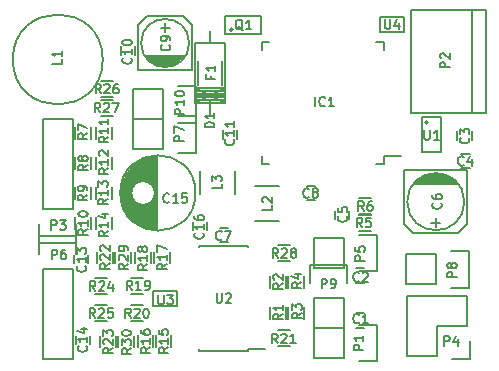
<source format=gbr>
G04 #@! TF.FileFunction,Legend,Top*
%FSLAX46Y46*%
G04 Gerber Fmt 4.6, Leading zero omitted, Abs format (unit mm)*
G04 Created by KiCad (PCBNEW 4.0.1-stable) date 24/03/2016 3:42:33 PM*
%MOMM*%
G01*
G04 APERTURE LIST*
%ADD10C,0.100000*%
%ADD11C,0.150000*%
G04 APERTURE END LIST*
D10*
D11*
X106395000Y-123155000D02*
X105695000Y-123155000D01*
X105695000Y-121955000D02*
X106395000Y-121955000D01*
X106395000Y-119345000D02*
X105695000Y-119345000D01*
X105695000Y-118145000D02*
X106395000Y-118145000D01*
X114287200Y-107233200D02*
X114287200Y-106533200D01*
X115487200Y-106533200D02*
X115487200Y-107233200D01*
X114613400Y-108429500D02*
X115313400Y-108429500D01*
X115313400Y-109629500D02*
X114613400Y-109629500D01*
X103921000Y-113951500D02*
X103921000Y-113251500D01*
X105121000Y-113251500D02*
X105121000Y-113951500D01*
X94838000Y-115916000D02*
X94138000Y-115916000D01*
X94138000Y-114716000D02*
X94838000Y-114716000D01*
X102204000Y-112360000D02*
X101504000Y-112360000D01*
X101504000Y-111160000D02*
X102204000Y-111160000D01*
X86960000Y-99345000D02*
X86960000Y-100045000D01*
X85760000Y-100045000D02*
X85760000Y-99345000D01*
X94459500Y-107157000D02*
X94459500Y-106457000D01*
X95659500Y-106457000D02*
X95659500Y-107157000D01*
X81823000Y-117698000D02*
X81823000Y-116998000D01*
X83023000Y-116998000D02*
X83023000Y-117698000D01*
X81950000Y-124556000D02*
X81950000Y-123856000D01*
X83150000Y-123856000D02*
X83150000Y-124556000D01*
X88845000Y-114909000D02*
X88845000Y-108611000D01*
X88705000Y-114903000D02*
X88705000Y-108617000D01*
X88565000Y-114890000D02*
X88565000Y-112206000D01*
X88565000Y-111314000D02*
X88565000Y-108630000D01*
X88425000Y-114871000D02*
X88425000Y-112416000D01*
X88425000Y-111104000D02*
X88425000Y-108649000D01*
X88285000Y-114845000D02*
X88285000Y-112549000D01*
X88285000Y-110971000D02*
X88285000Y-108675000D01*
X88145000Y-114813000D02*
X88145000Y-112640000D01*
X88145000Y-110880000D02*
X88145000Y-108707000D01*
X88005000Y-114774000D02*
X88005000Y-112702000D01*
X88005000Y-110818000D02*
X88005000Y-108746000D01*
X87865000Y-114728000D02*
X87865000Y-112741000D01*
X87865000Y-110779000D02*
X87865000Y-108792000D01*
X87725000Y-114675000D02*
X87725000Y-112758000D01*
X87725000Y-110762000D02*
X87725000Y-108845000D01*
X87585000Y-114613000D02*
X87585000Y-112756000D01*
X87585000Y-110764000D02*
X87585000Y-108907000D01*
X87445000Y-114543000D02*
X87445000Y-112734000D01*
X87445000Y-110786000D02*
X87445000Y-108977000D01*
X87305000Y-114464000D02*
X87305000Y-112691000D01*
X87305000Y-110829000D02*
X87305000Y-109056000D01*
X87165000Y-114376000D02*
X87165000Y-112623000D01*
X87165000Y-110897000D02*
X87165000Y-109144000D01*
X87025000Y-114276000D02*
X87025000Y-112524000D01*
X87025000Y-110996000D02*
X87025000Y-109244000D01*
X86885000Y-114164000D02*
X86885000Y-112379000D01*
X86885000Y-111141000D02*
X86885000Y-109356000D01*
X86745000Y-114039000D02*
X86745000Y-112140000D01*
X86745000Y-111380000D02*
X86745000Y-109481000D01*
X86605000Y-113896000D02*
X86605000Y-109624000D01*
X86465000Y-113734000D02*
X86465000Y-109786000D01*
X86325000Y-113546000D02*
X86325000Y-109974000D01*
X86185000Y-113323000D02*
X86185000Y-110197000D01*
X86045000Y-113047000D02*
X86045000Y-110473000D01*
X85905000Y-112672000D02*
X85905000Y-110848000D01*
X88670000Y-111760000D02*
G75*
G03X88670000Y-111760000I-1000000J0D01*
G01*
X92107500Y-111760000D02*
G75*
G03X92107500Y-111760000I-3187500J0D01*
G01*
X93056000Y-114204000D02*
X93056000Y-114904000D01*
X91856000Y-114904000D02*
X91856000Y-114204000D01*
X93342460Y-99060000D02*
X93342460Y-98044000D01*
X93342460Y-103886000D02*
X93342460Y-105156000D01*
X92072460Y-103632000D02*
X94612460Y-103632000D01*
X92072460Y-103378000D02*
X94612460Y-103378000D01*
X92072460Y-103124000D02*
X94612460Y-103124000D01*
X92072460Y-103886000D02*
X94612460Y-103886000D01*
X92072460Y-102870000D02*
X94612460Y-104140000D01*
X92072460Y-104140000D02*
X94612460Y-102870000D01*
X92072460Y-102870000D02*
X94612460Y-102870000D01*
X92072460Y-103505000D02*
X94612460Y-103505000D01*
X94612460Y-104140000D02*
X92072460Y-104140000D01*
X92072460Y-104140000D02*
X92072460Y-99060000D01*
X92072460Y-99060000D02*
X94612460Y-99060000D01*
X94612460Y-99060000D02*
X94612460Y-104140000D01*
X92320000Y-100600000D02*
X92320000Y-102600000D01*
X94370000Y-102600000D02*
X94370000Y-100600000D01*
X108045000Y-109315000D02*
X108045000Y-108645000D01*
X97695000Y-109315000D02*
X97695000Y-108645000D01*
X97695000Y-98965000D02*
X97695000Y-99635000D01*
X108045000Y-98965000D02*
X108045000Y-99635000D01*
X108045000Y-109315000D02*
X107375000Y-109315000D01*
X108045000Y-98965000D02*
X107375000Y-98965000D01*
X97695000Y-98965000D02*
X98365000Y-98965000D01*
X97695000Y-109315000D02*
X98365000Y-109315000D01*
X108045000Y-108645000D02*
X109520000Y-108645000D01*
X84254800Y-100457000D02*
G75*
G03X84254800Y-100457000I-3810000J0D01*
G01*
X99171000Y-114124000D02*
X97171000Y-114124000D01*
X97171000Y-111174000D02*
X99171000Y-111174000D01*
X95455000Y-109871000D02*
X95455000Y-111871000D01*
X92505000Y-111871000D02*
X92505000Y-109871000D01*
X104648000Y-125730000D02*
X102108000Y-125730000D01*
X107468000Y-126010000D02*
X105918000Y-126010000D01*
X104648000Y-125730000D02*
X104648000Y-123190000D01*
X105918000Y-122910000D02*
X107468000Y-122910000D01*
X107468000Y-122910000D02*
X107468000Y-126010000D01*
X104648000Y-123190000D02*
X102108000Y-123190000D01*
X102108000Y-123190000D02*
X102108000Y-125730000D01*
X116720460Y-104960300D02*
X116720460Y-96260300D01*
X110315460Y-104960300D02*
X110315460Y-96260300D01*
X110315460Y-96260300D02*
X116720460Y-96260300D01*
X115490460Y-96260300D02*
X115490460Y-104960300D01*
X116720460Y-104960300D02*
X110315460Y-104960300D01*
X81714800Y-113157000D02*
X81714800Y-105537000D01*
X79174800Y-113157000D02*
X79174800Y-105537000D01*
X78894800Y-115977000D02*
X78894800Y-114427000D01*
X81714800Y-105537000D02*
X79174800Y-105537000D01*
X79174800Y-113157000D02*
X81714800Y-113157000D01*
X81994800Y-114427000D02*
X81994800Y-115977000D01*
X81994800Y-115977000D02*
X78894800Y-115977000D01*
X115345000Y-124307600D02*
X115345000Y-125857600D01*
X113795000Y-125857600D02*
X115345000Y-125857600D01*
X115065000Y-123037600D02*
X112525000Y-123037600D01*
X112525000Y-123037600D02*
X112525000Y-125577600D01*
X112525000Y-125577600D02*
X109985000Y-125577600D01*
X109985000Y-125577600D02*
X109985000Y-120497600D01*
X109985000Y-120497600D02*
X115065000Y-120497600D01*
X115065000Y-120497600D02*
X115065000Y-123037600D01*
X104648000Y-118110000D02*
X102108000Y-118110000D01*
X107468000Y-118390000D02*
X105918000Y-118390000D01*
X104648000Y-118110000D02*
X104648000Y-115570000D01*
X105918000Y-115290000D02*
X107468000Y-115290000D01*
X107468000Y-115290000D02*
X107468000Y-118390000D01*
X104648000Y-115570000D02*
X102108000Y-115570000D01*
X102108000Y-115570000D02*
X102108000Y-118110000D01*
X79174800Y-118237000D02*
X79174800Y-125857000D01*
X81714800Y-118237000D02*
X81714800Y-125857000D01*
X81994800Y-115417000D02*
X81994800Y-116967000D01*
X79174800Y-125857000D02*
X81714800Y-125857000D01*
X81714800Y-118237000D02*
X79174800Y-118237000D01*
X78894800Y-116967000D02*
X78894800Y-115417000D01*
X78894800Y-115417000D02*
X81994800Y-115417000D01*
X112436100Y-119494300D02*
X109896100Y-119494300D01*
X115256100Y-119774300D02*
X113706100Y-119774300D01*
X112436100Y-119494300D02*
X112436100Y-116954300D01*
X113706100Y-116674300D02*
X115256100Y-116674300D01*
X115256100Y-116674300D02*
X115256100Y-119774300D01*
X112436100Y-116954300D02*
X109896100Y-116954300D01*
X109896100Y-116954300D02*
X109896100Y-119494300D01*
X104648000Y-120650000D02*
X104648000Y-123190000D01*
X104928000Y-117830000D02*
X104928000Y-119380000D01*
X104648000Y-120650000D02*
X102108000Y-120650000D01*
X101828000Y-119380000D02*
X101828000Y-117830000D01*
X101828000Y-117830000D02*
X104928000Y-117830000D01*
X102108000Y-120650000D02*
X102108000Y-123190000D01*
X102108000Y-123190000D02*
X104648000Y-123190000D01*
X95280421Y-97936000D02*
G75*
G03X95280421Y-97936000I-141421J0D01*
G01*
X97639000Y-98336000D02*
X97639000Y-96736000D01*
X97639000Y-96736000D02*
X94639000Y-96736000D01*
X94639000Y-96736000D02*
X94639000Y-98336000D01*
X94639000Y-98336000D02*
X97639000Y-98336000D01*
X99735000Y-121420000D02*
X99735000Y-122420000D01*
X98385000Y-122420000D02*
X98385000Y-121420000D01*
X98385000Y-119816500D02*
X98385000Y-118816500D01*
X99735000Y-118816500D02*
X99735000Y-119816500D01*
X101322500Y-121420000D02*
X101322500Y-122420000D01*
X99972500Y-122420000D02*
X99972500Y-121420000D01*
X101322500Y-118816500D02*
X101322500Y-119816500D01*
X99972500Y-119816500D02*
X99972500Y-118816500D01*
X106926000Y-114975000D02*
X105926000Y-114975000D01*
X105926000Y-113625000D02*
X106926000Y-113625000D01*
X106926000Y-113578000D02*
X105926000Y-113578000D01*
X105926000Y-112228000D02*
X106926000Y-112228000D01*
X81875000Y-107180000D02*
X81875000Y-106180000D01*
X83225000Y-106180000D02*
X83225000Y-107180000D01*
X81875000Y-109720000D02*
X81875000Y-108720000D01*
X83225000Y-108720000D02*
X83225000Y-109720000D01*
X81875000Y-112260000D02*
X81875000Y-111260000D01*
X83225000Y-111260000D02*
X83225000Y-112260000D01*
X81875000Y-114800000D02*
X81875000Y-113800000D01*
X83225000Y-113800000D02*
X83225000Y-114800000D01*
X85003000Y-106180000D02*
X85003000Y-107180000D01*
X83653000Y-107180000D02*
X83653000Y-106180000D01*
X85003000Y-108720000D02*
X85003000Y-109720000D01*
X83653000Y-109720000D02*
X83653000Y-108720000D01*
X85003000Y-111260000D02*
X85003000Y-112260000D01*
X83653000Y-112260000D02*
X83653000Y-111260000D01*
X85003000Y-113800000D02*
X85003000Y-114800000D01*
X83653000Y-114800000D02*
X83653000Y-113800000D01*
X88720300Y-124820300D02*
X88720300Y-123820300D01*
X90070300Y-123820300D02*
X90070300Y-124820300D01*
X87196300Y-124820300D02*
X87196300Y-123820300D01*
X88546300Y-123820300D02*
X88546300Y-124820300D01*
X89956000Y-116721000D02*
X89956000Y-117721000D01*
X88606000Y-117721000D02*
X88606000Y-116721000D01*
X88305000Y-116721000D02*
X88305000Y-117721000D01*
X86955000Y-117721000D02*
X86955000Y-116721000D01*
X87622000Y-120309000D02*
X86622000Y-120309000D01*
X86622000Y-118959000D02*
X87622000Y-118959000D01*
X87622000Y-122595000D02*
X86622000Y-122595000D01*
X86622000Y-121245000D02*
X87622000Y-121245000D01*
X100068000Y-124754000D02*
X99068000Y-124754000D01*
X99068000Y-123404000D02*
X100068000Y-123404000D01*
X85130000Y-116721000D02*
X85130000Y-117721000D01*
X83780000Y-117721000D02*
X83780000Y-116721000D01*
X84034000Y-124833000D02*
X84034000Y-123833000D01*
X85384000Y-123833000D02*
X85384000Y-124833000D01*
X84574000Y-120309000D02*
X83574000Y-120309000D01*
X83574000Y-118959000D02*
X84574000Y-118959000D01*
X84574000Y-122595000D02*
X83574000Y-122595000D01*
X83574000Y-121245000D02*
X84574000Y-121245000D01*
X84082000Y-102271200D02*
X85082000Y-102271200D01*
X85082000Y-103621200D02*
X84082000Y-103621200D01*
X85082000Y-105221400D02*
X84082000Y-105221400D01*
X84082000Y-103871400D02*
X85082000Y-103871400D01*
X99068000Y-116165000D02*
X100068000Y-116165000D01*
X100068000Y-117515000D02*
X99068000Y-117515000D01*
X85304000Y-117721000D02*
X85304000Y-116721000D01*
X86654000Y-116721000D02*
X86654000Y-117721000D01*
X85558000Y-124833000D02*
X85558000Y-123833000D01*
X86908000Y-123833000D02*
X86908000Y-124833000D01*
X111806221Y-105807000D02*
G75*
G03X111806221Y-105807000I-141421J0D01*
G01*
X111264800Y-108307000D02*
X112864800Y-108307000D01*
X112864800Y-108307000D02*
X112864800Y-105307000D01*
X112864800Y-105307000D02*
X111264800Y-105307000D01*
X111264800Y-105307000D02*
X111264800Y-108307000D01*
X96588400Y-125125400D02*
X96588400Y-125010400D01*
X92438400Y-125125400D02*
X92438400Y-125010400D01*
X92438400Y-116225400D02*
X92438400Y-116340400D01*
X96588400Y-116225400D02*
X96588400Y-116340400D01*
X96588400Y-125125400D02*
X92438400Y-125125400D01*
X96588400Y-116225400D02*
X92438400Y-116225400D01*
X96588400Y-125010400D02*
X97963400Y-125010400D01*
X88544400Y-121361200D02*
X90576400Y-121361200D01*
X90576400Y-121361200D02*
X90576400Y-120091200D01*
X90576400Y-120091200D02*
X88544400Y-120091200D01*
X88544400Y-120091200D02*
X88544400Y-121361200D01*
X109791500Y-96837500D02*
X107759500Y-96837500D01*
X107759500Y-96837500D02*
X107759500Y-98107500D01*
X107759500Y-98107500D02*
X109791500Y-98107500D01*
X109791500Y-98107500D02*
X109791500Y-96837500D01*
X113083800Y-110210600D02*
X111686800Y-110210600D01*
X113337800Y-110337600D02*
X111559800Y-110337600D01*
X113718800Y-110464600D02*
X111178800Y-110464600D01*
X111051800Y-110591600D02*
X113845800Y-110591600D01*
X113972800Y-110718600D02*
X110924800Y-110718600D01*
X110797800Y-110845600D02*
X114099800Y-110845600D01*
X114226800Y-110972600D02*
X110670800Y-110972600D01*
X115115800Y-109829600D02*
X115115800Y-114401600D01*
X115115800Y-114401600D02*
X114353800Y-115163600D01*
X114353800Y-115163600D02*
X110543800Y-115163600D01*
X110543800Y-115163600D02*
X109781800Y-114401600D01*
X109781800Y-114401600D02*
X109781800Y-109829600D01*
X109781800Y-109829600D02*
X115115800Y-109829600D01*
X112448800Y-114655600D02*
X112448800Y-113893600D01*
X112829800Y-114274600D02*
X112067800Y-114274600D01*
X114861800Y-112496600D02*
G75*
G03X114861800Y-112496600I-2413000J0D01*
G01*
X89535000Y-97409000D02*
X89535000Y-98171000D01*
X89154000Y-97790000D02*
X89916000Y-97790000D01*
X91821000Y-97536000D02*
X91821000Y-101346000D01*
X88011000Y-96774000D02*
X91059000Y-96774000D01*
X91821000Y-97536000D02*
X91059000Y-96774000D01*
X87249000Y-97536000D02*
X87249000Y-101346000D01*
X87249000Y-97536000D02*
X88011000Y-96774000D01*
X89662000Y-101092000D02*
X89408000Y-101092000D01*
X88900000Y-100965000D02*
X90170000Y-100965000D01*
X90424000Y-100838000D02*
X88646000Y-100838000D01*
X90678000Y-100711000D02*
X88392000Y-100711000D01*
X88265000Y-100584000D02*
X90805000Y-100584000D01*
X90932000Y-100457000D02*
X88138000Y-100457000D01*
X88011000Y-100330000D02*
X91059000Y-100330000D01*
X87884000Y-100203000D02*
X91186000Y-100203000D01*
X87249000Y-101346000D02*
X91821000Y-101346000D01*
X91567000Y-99060000D02*
G75*
G03X91567000Y-99060000I-2032000J0D01*
G01*
X89334800Y-108077000D02*
X86794800Y-108077000D01*
X92154800Y-108357000D02*
X90604800Y-108357000D01*
X89334800Y-108077000D02*
X89334800Y-105537000D01*
X90604800Y-105257000D02*
X92154800Y-105257000D01*
X92154800Y-105257000D02*
X92154800Y-108357000D01*
X89334800Y-105537000D02*
X86794800Y-105537000D01*
X86794800Y-105537000D02*
X86794800Y-108077000D01*
X89334800Y-105537000D02*
X86794800Y-105537000D01*
X92154800Y-105817000D02*
X90604800Y-105817000D01*
X89334800Y-105537000D02*
X89334800Y-102997000D01*
X90604800Y-102717000D02*
X92154800Y-102717000D01*
X92154800Y-102717000D02*
X92154800Y-105817000D01*
X89334800Y-102997000D02*
X86794800Y-102997000D01*
X86794800Y-102997000D02*
X86794800Y-105537000D01*
X105962927Y-122718794D02*
X105924832Y-122756890D01*
X105810546Y-122794985D01*
X105734356Y-122794985D01*
X105620070Y-122756890D01*
X105543879Y-122680699D01*
X105505784Y-122604509D01*
X105467689Y-122452128D01*
X105467689Y-122337842D01*
X105505784Y-122185461D01*
X105543879Y-122109270D01*
X105620070Y-122033080D01*
X105734356Y-121994985D01*
X105810546Y-121994985D01*
X105924832Y-122033080D01*
X105962927Y-122071175D01*
X106724832Y-122794985D02*
X106267689Y-122794985D01*
X106496260Y-122794985D02*
X106496260Y-121994985D01*
X106420070Y-122109270D01*
X106343879Y-122185461D01*
X106267689Y-122223556D01*
X105945147Y-119195814D02*
X105907052Y-119233910D01*
X105792766Y-119272005D01*
X105716576Y-119272005D01*
X105602290Y-119233910D01*
X105526099Y-119157719D01*
X105488004Y-119081529D01*
X105449909Y-118929148D01*
X105449909Y-118814862D01*
X105488004Y-118662481D01*
X105526099Y-118586290D01*
X105602290Y-118510100D01*
X105716576Y-118472005D01*
X105792766Y-118472005D01*
X105907052Y-118510100D01*
X105945147Y-118548195D01*
X106249909Y-118548195D02*
X106288004Y-118510100D01*
X106364195Y-118472005D01*
X106554671Y-118472005D01*
X106630861Y-118510100D01*
X106668957Y-118548195D01*
X106707052Y-118624386D01*
X106707052Y-118700576D01*
X106668957Y-118814862D01*
X106211814Y-119272005D01*
X106707052Y-119272005D01*
X115221174Y-107067333D02*
X115259270Y-107105428D01*
X115297365Y-107219714D01*
X115297365Y-107295904D01*
X115259270Y-107410190D01*
X115183079Y-107486381D01*
X115106889Y-107524476D01*
X114954508Y-107562571D01*
X114840222Y-107562571D01*
X114687841Y-107524476D01*
X114611650Y-107486381D01*
X114535460Y-107410190D01*
X114497365Y-107295904D01*
X114497365Y-107219714D01*
X114535460Y-107105428D01*
X114573555Y-107067333D01*
X114497365Y-106800666D02*
X114497365Y-106305428D01*
X114802127Y-106572095D01*
X114802127Y-106457809D01*
X114840222Y-106381619D01*
X114878317Y-106343523D01*
X114954508Y-106305428D01*
X115144984Y-106305428D01*
X115221174Y-106343523D01*
X115259270Y-106381619D01*
X115297365Y-106457809D01*
X115297365Y-106686381D01*
X115259270Y-106762571D01*
X115221174Y-106800666D01*
X114819907Y-109358394D02*
X114781812Y-109396490D01*
X114667526Y-109434585D01*
X114591336Y-109434585D01*
X114477050Y-109396490D01*
X114400859Y-109320299D01*
X114362764Y-109244109D01*
X114324669Y-109091728D01*
X114324669Y-108977442D01*
X114362764Y-108825061D01*
X114400859Y-108748870D01*
X114477050Y-108672680D01*
X114591336Y-108634585D01*
X114667526Y-108634585D01*
X114781812Y-108672680D01*
X114819907Y-108710775D01*
X115505621Y-108901251D02*
X115505621Y-109434585D01*
X115315145Y-108596490D02*
X115124669Y-109167918D01*
X115619907Y-109167918D01*
X104893534Y-113717053D02*
X104931630Y-113755148D01*
X104969725Y-113869434D01*
X104969725Y-113945624D01*
X104931630Y-114059910D01*
X104855439Y-114136101D01*
X104779249Y-114174196D01*
X104626868Y-114212291D01*
X104512582Y-114212291D01*
X104360201Y-114174196D01*
X104284010Y-114136101D01*
X104207820Y-114059910D01*
X104169725Y-113945624D01*
X104169725Y-113869434D01*
X104207820Y-113755148D01*
X104245915Y-113717053D01*
X104169725Y-112993243D02*
X104169725Y-113374196D01*
X104550677Y-113412291D01*
X104512582Y-113374196D01*
X104474487Y-113298005D01*
X104474487Y-113107529D01*
X104512582Y-113031339D01*
X104550677Y-112993243D01*
X104626868Y-112955148D01*
X104817344Y-112955148D01*
X104893534Y-112993243D01*
X104931630Y-113031339D01*
X104969725Y-113107529D01*
X104969725Y-113298005D01*
X104931630Y-113374196D01*
X104893534Y-113412291D01*
X94324647Y-115690614D02*
X94286552Y-115728710D01*
X94172266Y-115766805D01*
X94096076Y-115766805D01*
X93981790Y-115728710D01*
X93905599Y-115652519D01*
X93867504Y-115576329D01*
X93829409Y-115423948D01*
X93829409Y-115309662D01*
X93867504Y-115157281D01*
X93905599Y-115081090D01*
X93981790Y-115004900D01*
X94096076Y-114966805D01*
X94172266Y-114966805D01*
X94286552Y-115004900D01*
X94324647Y-115042995D01*
X94591314Y-114966805D02*
X95124647Y-114966805D01*
X94781790Y-115766805D01*
X101708427Y-112099054D02*
X101670332Y-112137150D01*
X101556046Y-112175245D01*
X101479856Y-112175245D01*
X101365570Y-112137150D01*
X101289379Y-112060959D01*
X101251284Y-111984769D01*
X101213189Y-111832388D01*
X101213189Y-111718102D01*
X101251284Y-111565721D01*
X101289379Y-111489530D01*
X101365570Y-111413340D01*
X101479856Y-111375245D01*
X101556046Y-111375245D01*
X101670332Y-111413340D01*
X101708427Y-111451435D01*
X102165570Y-111718102D02*
X102089379Y-111680007D01*
X102051284Y-111641911D01*
X102013189Y-111565721D01*
X102013189Y-111527626D01*
X102051284Y-111451435D01*
X102089379Y-111413340D01*
X102165570Y-111375245D01*
X102317951Y-111375245D01*
X102394141Y-111413340D01*
X102432237Y-111451435D01*
X102470332Y-111527626D01*
X102470332Y-111565721D01*
X102432237Y-111641911D01*
X102394141Y-111680007D01*
X102317951Y-111718102D01*
X102165570Y-111718102D01*
X102089379Y-111756197D01*
X102051284Y-111794292D01*
X102013189Y-111870483D01*
X102013189Y-112022864D01*
X102051284Y-112099054D01*
X102089379Y-112137150D01*
X102165570Y-112175245D01*
X102317951Y-112175245D01*
X102394141Y-112137150D01*
X102432237Y-112099054D01*
X102470332Y-112022864D01*
X102470332Y-111870483D01*
X102432237Y-111794292D01*
X102394141Y-111756197D01*
X102317951Y-111718102D01*
X86648714Y-100323586D02*
X86686810Y-100361681D01*
X86724905Y-100475967D01*
X86724905Y-100552157D01*
X86686810Y-100666443D01*
X86610619Y-100742634D01*
X86534429Y-100780729D01*
X86382048Y-100818824D01*
X86267762Y-100818824D01*
X86115381Y-100780729D01*
X86039190Y-100742634D01*
X85963000Y-100666443D01*
X85924905Y-100552157D01*
X85924905Y-100475967D01*
X85963000Y-100361681D01*
X86001095Y-100323586D01*
X86724905Y-99561681D02*
X86724905Y-100018824D01*
X86724905Y-99790253D02*
X85924905Y-99790253D01*
X86039190Y-99866443D01*
X86115381Y-99942634D01*
X86153476Y-100018824D01*
X85924905Y-99066443D02*
X85924905Y-98990252D01*
X85963000Y-98914062D01*
X86001095Y-98875967D01*
X86077286Y-98837871D01*
X86229667Y-98799776D01*
X86420143Y-98799776D01*
X86572524Y-98837871D01*
X86648714Y-98875967D01*
X86686810Y-98914062D01*
X86724905Y-98990252D01*
X86724905Y-99066443D01*
X86686810Y-99142633D01*
X86648714Y-99180729D01*
X86572524Y-99218824D01*
X86420143Y-99256919D01*
X86229667Y-99256919D01*
X86077286Y-99218824D01*
X86001095Y-99180729D01*
X85963000Y-99142633D01*
X85924905Y-99066443D01*
X95330434Y-107209526D02*
X95368530Y-107247621D01*
X95406625Y-107361907D01*
X95406625Y-107438097D01*
X95368530Y-107552383D01*
X95292339Y-107628574D01*
X95216149Y-107666669D01*
X95063768Y-107704764D01*
X94949482Y-107704764D01*
X94797101Y-107666669D01*
X94720910Y-107628574D01*
X94644720Y-107552383D01*
X94606625Y-107438097D01*
X94606625Y-107361907D01*
X94644720Y-107247621D01*
X94682815Y-107209526D01*
X95406625Y-106447621D02*
X95406625Y-106904764D01*
X95406625Y-106676193D02*
X94606625Y-106676193D01*
X94720910Y-106752383D01*
X94797101Y-106828574D01*
X94835196Y-106904764D01*
X95406625Y-105685716D02*
X95406625Y-106142859D01*
X95406625Y-105914288D02*
X94606625Y-105914288D01*
X94720910Y-105990478D01*
X94797101Y-106066669D01*
X94835196Y-106142859D01*
X82762514Y-117915626D02*
X82800610Y-117953721D01*
X82838705Y-118068007D01*
X82838705Y-118144197D01*
X82800610Y-118258483D01*
X82724419Y-118334674D01*
X82648229Y-118372769D01*
X82495848Y-118410864D01*
X82381562Y-118410864D01*
X82229181Y-118372769D01*
X82152990Y-118334674D01*
X82076800Y-118258483D01*
X82038705Y-118144197D01*
X82038705Y-118068007D01*
X82076800Y-117953721D01*
X82114895Y-117915626D01*
X82838705Y-117153721D02*
X82838705Y-117610864D01*
X82838705Y-117382293D02*
X82038705Y-117382293D01*
X82152990Y-117458483D01*
X82229181Y-117534674D01*
X82267276Y-117610864D01*
X82038705Y-116887054D02*
X82038705Y-116391816D01*
X82343467Y-116658483D01*
X82343467Y-116544197D01*
X82381562Y-116468007D01*
X82419657Y-116429911D01*
X82495848Y-116391816D01*
X82686324Y-116391816D01*
X82762514Y-116429911D01*
X82800610Y-116468007D01*
X82838705Y-116544197D01*
X82838705Y-116772769D01*
X82800610Y-116848959D01*
X82762514Y-116887054D01*
X82856494Y-124697426D02*
X82894590Y-124735521D01*
X82932685Y-124849807D01*
X82932685Y-124925997D01*
X82894590Y-125040283D01*
X82818399Y-125116474D01*
X82742209Y-125154569D01*
X82589828Y-125192664D01*
X82475542Y-125192664D01*
X82323161Y-125154569D01*
X82246970Y-125116474D01*
X82170780Y-125040283D01*
X82132685Y-124925997D01*
X82132685Y-124849807D01*
X82170780Y-124735521D01*
X82208875Y-124697426D01*
X82932685Y-123935521D02*
X82932685Y-124392664D01*
X82932685Y-124164093D02*
X82132685Y-124164093D01*
X82246970Y-124240283D01*
X82323161Y-124316474D01*
X82361256Y-124392664D01*
X82399351Y-123249807D02*
X82932685Y-123249807D01*
X82094590Y-123440283D02*
X82666018Y-123630759D01*
X82666018Y-123135521D01*
X89882234Y-112520694D02*
X89844139Y-112558790D01*
X89729853Y-112596885D01*
X89653663Y-112596885D01*
X89539377Y-112558790D01*
X89463186Y-112482599D01*
X89425091Y-112406409D01*
X89386996Y-112254028D01*
X89386996Y-112139742D01*
X89425091Y-111987361D01*
X89463186Y-111911170D01*
X89539377Y-111834980D01*
X89653663Y-111796885D01*
X89729853Y-111796885D01*
X89844139Y-111834980D01*
X89882234Y-111873075D01*
X90644139Y-112596885D02*
X90186996Y-112596885D01*
X90415567Y-112596885D02*
X90415567Y-111796885D01*
X90339377Y-111911170D01*
X90263186Y-111987361D01*
X90186996Y-112025456D01*
X91367949Y-111796885D02*
X90986996Y-111796885D01*
X90948901Y-112177837D01*
X90986996Y-112139742D01*
X91063187Y-112101647D01*
X91253663Y-112101647D01*
X91329853Y-112139742D01*
X91367949Y-112177837D01*
X91406044Y-112254028D01*
X91406044Y-112444504D01*
X91367949Y-112520694D01*
X91329853Y-112558790D01*
X91253663Y-112596885D01*
X91063187Y-112596885D01*
X90986996Y-112558790D01*
X90948901Y-112520694D01*
X92732014Y-115149566D02*
X92770110Y-115187661D01*
X92808205Y-115301947D01*
X92808205Y-115378137D01*
X92770110Y-115492423D01*
X92693919Y-115568614D01*
X92617729Y-115606709D01*
X92465348Y-115644804D01*
X92351062Y-115644804D01*
X92198681Y-115606709D01*
X92122490Y-115568614D01*
X92046300Y-115492423D01*
X92008205Y-115378137D01*
X92008205Y-115301947D01*
X92046300Y-115187661D01*
X92084395Y-115149566D01*
X92808205Y-114387661D02*
X92808205Y-114844804D01*
X92808205Y-114616233D02*
X92008205Y-114616233D01*
X92122490Y-114692423D01*
X92198681Y-114768614D01*
X92236776Y-114844804D01*
X92008205Y-113701947D02*
X92008205Y-113854328D01*
X92046300Y-113930518D01*
X92084395Y-113968613D01*
X92198681Y-114044804D01*
X92351062Y-114082899D01*
X92655824Y-114082899D01*
X92732014Y-114044804D01*
X92770110Y-114006709D01*
X92808205Y-113930518D01*
X92808205Y-113778137D01*
X92770110Y-113701947D01*
X92732014Y-113663851D01*
X92655824Y-113625756D01*
X92465348Y-113625756D01*
X92389157Y-113663851D01*
X92351062Y-113701947D01*
X92312967Y-113778137D01*
X92312967Y-113930518D01*
X92351062Y-114006709D01*
X92389157Y-114044804D01*
X92465348Y-114082899D01*
X93694665Y-106216376D02*
X92894665Y-106216376D01*
X92894665Y-106025900D01*
X92932760Y-105911614D01*
X93008950Y-105835423D01*
X93085141Y-105797328D01*
X93237522Y-105759233D01*
X93351808Y-105759233D01*
X93504189Y-105797328D01*
X93580379Y-105835423D01*
X93656570Y-105911614D01*
X93694665Y-106025900D01*
X93694665Y-106216376D01*
X93694665Y-104997328D02*
X93694665Y-105454471D01*
X93694665Y-105225900D02*
X92894665Y-105225900D01*
X93008950Y-105302090D01*
X93085141Y-105378281D01*
X93123236Y-105454471D01*
X93379757Y-101826026D02*
X93379757Y-102092693D01*
X93798805Y-102092693D02*
X92998805Y-102092693D01*
X92998805Y-101711740D01*
X93798805Y-100987931D02*
X93798805Y-101445074D01*
X93798805Y-101216503D02*
X92998805Y-101216503D01*
X93113090Y-101292693D01*
X93189281Y-101368884D01*
X93227376Y-101445074D01*
X102234288Y-104438405D02*
X102234288Y-103638405D01*
X103072383Y-104362214D02*
X103034288Y-104400310D01*
X102920002Y-104438405D01*
X102843812Y-104438405D01*
X102729526Y-104400310D01*
X102653335Y-104324119D01*
X102615240Y-104247929D01*
X102577145Y-104095548D01*
X102577145Y-103981262D01*
X102615240Y-103828881D01*
X102653335Y-103752690D01*
X102729526Y-103676500D01*
X102843812Y-103638405D01*
X102920002Y-103638405D01*
X103034288Y-103676500D01*
X103072383Y-103714595D01*
X103834288Y-104438405D02*
X103377145Y-104438405D01*
X103605716Y-104438405D02*
X103605716Y-103638405D01*
X103529526Y-103752690D01*
X103453335Y-103828881D01*
X103377145Y-103866976D01*
X80760985Y-100422693D02*
X80760985Y-100803646D01*
X79960985Y-100803646D01*
X80760985Y-99736979D02*
X80760985Y-100194122D01*
X80760985Y-99965551D02*
X79960985Y-99965551D01*
X80075270Y-100041741D01*
X80151461Y-100117932D01*
X80189556Y-100194122D01*
X98553685Y-112787413D02*
X98553685Y-113168366D01*
X97753685Y-113168366D01*
X97829875Y-112558842D02*
X97791780Y-112520747D01*
X97753685Y-112444556D01*
X97753685Y-112254080D01*
X97791780Y-112177890D01*
X97829875Y-112139794D01*
X97906066Y-112101699D01*
X97982256Y-112101699D01*
X98096542Y-112139794D01*
X98553685Y-112596937D01*
X98553685Y-112101699D01*
X94322045Y-110978933D02*
X94322045Y-111359886D01*
X93522045Y-111359886D01*
X93522045Y-110788457D02*
X93522045Y-110293219D01*
X93826807Y-110559886D01*
X93826807Y-110445600D01*
X93864902Y-110369410D01*
X93902997Y-110331314D01*
X93979188Y-110293219D01*
X94169664Y-110293219D01*
X94245854Y-110331314D01*
X94283950Y-110369410D01*
X94322045Y-110445600D01*
X94322045Y-110674172D01*
X94283950Y-110750362D01*
X94245854Y-110788457D01*
X106298145Y-125047936D02*
X105498145Y-125047936D01*
X105498145Y-124743174D01*
X105536240Y-124666983D01*
X105574335Y-124628888D01*
X105650526Y-124590793D01*
X105764811Y-124590793D01*
X105841002Y-124628888D01*
X105879097Y-124666983D01*
X105917192Y-124743174D01*
X105917192Y-125047936D01*
X106298145Y-123828888D02*
X106298145Y-124286031D01*
X106298145Y-124057460D02*
X105498145Y-124057460D01*
X105612430Y-124133650D01*
X105688621Y-124209841D01*
X105726716Y-124286031D01*
X113641285Y-101133836D02*
X112841285Y-101133836D01*
X112841285Y-100829074D01*
X112879380Y-100752883D01*
X112917475Y-100714788D01*
X112993666Y-100676693D01*
X113107951Y-100676693D01*
X113184142Y-100714788D01*
X113222237Y-100752883D01*
X113260332Y-100829074D01*
X113260332Y-101133836D01*
X112917475Y-100371931D02*
X112879380Y-100333836D01*
X112841285Y-100257645D01*
X112841285Y-100067169D01*
X112879380Y-99990979D01*
X112917475Y-99952883D01*
X112993666Y-99914788D01*
X113069856Y-99914788D01*
X113184142Y-99952883D01*
X113641285Y-100410026D01*
X113641285Y-99914788D01*
X79887344Y-114870185D02*
X79887344Y-114070185D01*
X80192106Y-114070185D01*
X80268297Y-114108280D01*
X80306392Y-114146375D01*
X80344487Y-114222566D01*
X80344487Y-114336851D01*
X80306392Y-114413042D01*
X80268297Y-114451137D01*
X80192106Y-114489232D01*
X79887344Y-114489232D01*
X80611154Y-114070185D02*
X81106392Y-114070185D01*
X80839725Y-114374947D01*
X80954011Y-114374947D01*
X81030201Y-114413042D01*
X81068297Y-114451137D01*
X81106392Y-114527328D01*
X81106392Y-114717804D01*
X81068297Y-114793994D01*
X81030201Y-114832090D01*
X80954011Y-114870185D01*
X80725439Y-114870185D01*
X80649249Y-114832090D01*
X80611154Y-114793994D01*
X113168964Y-124674585D02*
X113168964Y-123874585D01*
X113473726Y-123874585D01*
X113549917Y-123912680D01*
X113588012Y-123950775D01*
X113626107Y-124026966D01*
X113626107Y-124141251D01*
X113588012Y-124217442D01*
X113549917Y-124255537D01*
X113473726Y-124293632D01*
X113168964Y-124293632D01*
X114311821Y-124141251D02*
X114311821Y-124674585D01*
X114121345Y-123836490D02*
X113930869Y-124407918D01*
X114426107Y-124407918D01*
X106422605Y-117491436D02*
X105622605Y-117491436D01*
X105622605Y-117186674D01*
X105660700Y-117110483D01*
X105698795Y-117072388D01*
X105774986Y-117034293D01*
X105889271Y-117034293D01*
X105965462Y-117072388D01*
X106003557Y-117110483D01*
X106041652Y-117186674D01*
X106041652Y-117491436D01*
X105622605Y-116310483D02*
X105622605Y-116691436D01*
X106003557Y-116729531D01*
X105965462Y-116691436D01*
X105927367Y-116615245D01*
X105927367Y-116424769D01*
X105965462Y-116348579D01*
X106003557Y-116310483D01*
X106079748Y-116272388D01*
X106270224Y-116272388D01*
X106346414Y-116310483D01*
X106384510Y-116348579D01*
X106422605Y-116424769D01*
X106422605Y-116615245D01*
X106384510Y-116691436D01*
X106346414Y-116729531D01*
X79925444Y-117377165D02*
X79925444Y-116577165D01*
X80230206Y-116577165D01*
X80306397Y-116615260D01*
X80344492Y-116653355D01*
X80382587Y-116729546D01*
X80382587Y-116843831D01*
X80344492Y-116920022D01*
X80306397Y-116958117D01*
X80230206Y-116996212D01*
X79925444Y-116996212D01*
X81068301Y-116577165D02*
X80915920Y-116577165D01*
X80839730Y-116615260D01*
X80801635Y-116653355D01*
X80725444Y-116767641D01*
X80687349Y-116920022D01*
X80687349Y-117224784D01*
X80725444Y-117300974D01*
X80763539Y-117339070D01*
X80839730Y-117377165D01*
X80992111Y-117377165D01*
X81068301Y-117339070D01*
X81106397Y-117300974D01*
X81144492Y-117224784D01*
X81144492Y-117034308D01*
X81106397Y-116958117D01*
X81068301Y-116920022D01*
X80992111Y-116881927D01*
X80839730Y-116881927D01*
X80763539Y-116920022D01*
X80725444Y-116958117D01*
X80687349Y-117034308D01*
X114212785Y-118875736D02*
X113412785Y-118875736D01*
X113412785Y-118570974D01*
X113450880Y-118494783D01*
X113488975Y-118456688D01*
X113565166Y-118418593D01*
X113679451Y-118418593D01*
X113755642Y-118456688D01*
X113793737Y-118494783D01*
X113831832Y-118570974D01*
X113831832Y-118875736D01*
X113755642Y-117961450D02*
X113717547Y-118037641D01*
X113679451Y-118075736D01*
X113603261Y-118113831D01*
X113565166Y-118113831D01*
X113488975Y-118075736D01*
X113450880Y-118037641D01*
X113412785Y-117961450D01*
X113412785Y-117809069D01*
X113450880Y-117732879D01*
X113488975Y-117694783D01*
X113565166Y-117656688D01*
X113603261Y-117656688D01*
X113679451Y-117694783D01*
X113717547Y-117732879D01*
X113755642Y-117809069D01*
X113755642Y-117961450D01*
X113793737Y-118037641D01*
X113831832Y-118075736D01*
X113908023Y-118113831D01*
X114060404Y-118113831D01*
X114136594Y-118075736D01*
X114174690Y-118037641D01*
X114212785Y-117961450D01*
X114212785Y-117809069D01*
X114174690Y-117732879D01*
X114136594Y-117694783D01*
X114060404Y-117656688D01*
X113908023Y-117656688D01*
X113831832Y-117694783D01*
X113793737Y-117732879D01*
X113755642Y-117809069D01*
X102777824Y-119813025D02*
X102777824Y-119013025D01*
X103082586Y-119013025D01*
X103158777Y-119051120D01*
X103196872Y-119089215D01*
X103234967Y-119165406D01*
X103234967Y-119279691D01*
X103196872Y-119355882D01*
X103158777Y-119393977D01*
X103082586Y-119432072D01*
X102777824Y-119432072D01*
X103615919Y-119813025D02*
X103768300Y-119813025D01*
X103844491Y-119774930D01*
X103882586Y-119736834D01*
X103958777Y-119622549D01*
X103996872Y-119470168D01*
X103996872Y-119165406D01*
X103958777Y-119089215D01*
X103920681Y-119051120D01*
X103844491Y-119013025D01*
X103692110Y-119013025D01*
X103615919Y-119051120D01*
X103577824Y-119089215D01*
X103539729Y-119165406D01*
X103539729Y-119355882D01*
X103577824Y-119432072D01*
X103615919Y-119470168D01*
X103692110Y-119508263D01*
X103844491Y-119508263D01*
X103920681Y-119470168D01*
X103958777Y-119432072D01*
X103996872Y-119355882D01*
X96103910Y-97994415D02*
X96027719Y-97956320D01*
X95951529Y-97880130D01*
X95837243Y-97765844D01*
X95761052Y-97727749D01*
X95684862Y-97727749D01*
X95722957Y-97918225D02*
X95646767Y-97880130D01*
X95570576Y-97803939D01*
X95532481Y-97651558D01*
X95532481Y-97384891D01*
X95570576Y-97232510D01*
X95646767Y-97156320D01*
X95722957Y-97118225D01*
X95875338Y-97118225D01*
X95951529Y-97156320D01*
X96027719Y-97232510D01*
X96065814Y-97384891D01*
X96065814Y-97651558D01*
X96027719Y-97803939D01*
X95951529Y-97880130D01*
X95875338Y-97918225D01*
X95722957Y-97918225D01*
X96827719Y-97918225D02*
X96370576Y-97918225D01*
X96599147Y-97918225D02*
X96599147Y-97118225D01*
X96522957Y-97232510D01*
X96446766Y-97308701D01*
X96370576Y-97346796D01*
X99506185Y-122007613D02*
X99125232Y-122274280D01*
X99506185Y-122464756D02*
X98706185Y-122464756D01*
X98706185Y-122159994D01*
X98744280Y-122083803D01*
X98782375Y-122045708D01*
X98858566Y-122007613D01*
X98972851Y-122007613D01*
X99049042Y-122045708D01*
X99087137Y-122083803D01*
X99125232Y-122159994D01*
X99125232Y-122464756D01*
X99506185Y-121245708D02*
X99506185Y-121702851D01*
X99506185Y-121474280D02*
X98706185Y-121474280D01*
X98820470Y-121550470D01*
X98896661Y-121626661D01*
X98934756Y-121702851D01*
X99498565Y-119416813D02*
X99117612Y-119683480D01*
X99498565Y-119873956D02*
X98698565Y-119873956D01*
X98698565Y-119569194D01*
X98736660Y-119493003D01*
X98774755Y-119454908D01*
X98850946Y-119416813D01*
X98965231Y-119416813D01*
X99041422Y-119454908D01*
X99079517Y-119493003D01*
X99117612Y-119569194D01*
X99117612Y-119873956D01*
X98774755Y-119112051D02*
X98736660Y-119073956D01*
X98698565Y-118997765D01*
X98698565Y-118807289D01*
X98736660Y-118731099D01*
X98774755Y-118693003D01*
X98850946Y-118654908D01*
X98927136Y-118654908D01*
X99041422Y-118693003D01*
X99498565Y-119150146D01*
X99498565Y-118654908D01*
X101091145Y-121923793D02*
X100710192Y-122190460D01*
X101091145Y-122380936D02*
X100291145Y-122380936D01*
X100291145Y-122076174D01*
X100329240Y-121999983D01*
X100367335Y-121961888D01*
X100443526Y-121923793D01*
X100557811Y-121923793D01*
X100634002Y-121961888D01*
X100672097Y-121999983D01*
X100710192Y-122076174D01*
X100710192Y-122380936D01*
X100291145Y-121657126D02*
X100291145Y-121161888D01*
X100595907Y-121428555D01*
X100595907Y-121314269D01*
X100634002Y-121238079D01*
X100672097Y-121199983D01*
X100748288Y-121161888D01*
X100938764Y-121161888D01*
X101014954Y-121199983D01*
X101053050Y-121238079D01*
X101091145Y-121314269D01*
X101091145Y-121542841D01*
X101053050Y-121619031D01*
X101014954Y-121657126D01*
X101068285Y-119310133D02*
X100687332Y-119576800D01*
X101068285Y-119767276D02*
X100268285Y-119767276D01*
X100268285Y-119462514D01*
X100306380Y-119386323D01*
X100344475Y-119348228D01*
X100420666Y-119310133D01*
X100534951Y-119310133D01*
X100611142Y-119348228D01*
X100649237Y-119386323D01*
X100687332Y-119462514D01*
X100687332Y-119767276D01*
X100534951Y-118624419D02*
X101068285Y-118624419D01*
X100230190Y-118814895D02*
X100801618Y-119005371D01*
X100801618Y-118510133D01*
X106232167Y-114654285D02*
X105965500Y-114273332D01*
X105775024Y-114654285D02*
X105775024Y-113854285D01*
X106079786Y-113854285D01*
X106155977Y-113892380D01*
X106194072Y-113930475D01*
X106232167Y-114006666D01*
X106232167Y-114120951D01*
X106194072Y-114197142D01*
X106155977Y-114235237D01*
X106079786Y-114273332D01*
X105775024Y-114273332D01*
X106955977Y-113854285D02*
X106575024Y-113854285D01*
X106536929Y-114235237D01*
X106575024Y-114197142D01*
X106651215Y-114159047D01*
X106841691Y-114159047D01*
X106917881Y-114197142D01*
X106955977Y-114235237D01*
X106994072Y-114311428D01*
X106994072Y-114501904D01*
X106955977Y-114578094D01*
X106917881Y-114616190D01*
X106841691Y-114654285D01*
X106651215Y-114654285D01*
X106575024Y-114616190D01*
X106536929Y-114578094D01*
X106346467Y-113280145D02*
X106079800Y-112899192D01*
X105889324Y-113280145D02*
X105889324Y-112480145D01*
X106194086Y-112480145D01*
X106270277Y-112518240D01*
X106308372Y-112556335D01*
X106346467Y-112632526D01*
X106346467Y-112746811D01*
X106308372Y-112823002D01*
X106270277Y-112861097D01*
X106194086Y-112899192D01*
X105889324Y-112899192D01*
X107032181Y-112480145D02*
X106879800Y-112480145D01*
X106803610Y-112518240D01*
X106765515Y-112556335D01*
X106689324Y-112670621D01*
X106651229Y-112823002D01*
X106651229Y-113127764D01*
X106689324Y-113203954D01*
X106727419Y-113242050D01*
X106803610Y-113280145D01*
X106955991Y-113280145D01*
X107032181Y-113242050D01*
X107070277Y-113203954D01*
X107108372Y-113127764D01*
X107108372Y-112937288D01*
X107070277Y-112861097D01*
X107032181Y-112823002D01*
X106955991Y-112784907D01*
X106803610Y-112784907D01*
X106727419Y-112823002D01*
X106689324Y-112861097D01*
X106651229Y-112937288D01*
X82937765Y-106691413D02*
X82556812Y-106958080D01*
X82937765Y-107148556D02*
X82137765Y-107148556D01*
X82137765Y-106843794D01*
X82175860Y-106767603D01*
X82213955Y-106729508D01*
X82290146Y-106691413D01*
X82404431Y-106691413D01*
X82480622Y-106729508D01*
X82518717Y-106767603D01*
X82556812Y-106843794D01*
X82556812Y-107148556D01*
X82137765Y-106424746D02*
X82137765Y-105891413D01*
X82937765Y-106234270D01*
X82983485Y-109358413D02*
X82602532Y-109625080D01*
X82983485Y-109815556D02*
X82183485Y-109815556D01*
X82183485Y-109510794D01*
X82221580Y-109434603D01*
X82259675Y-109396508D01*
X82335866Y-109358413D01*
X82450151Y-109358413D01*
X82526342Y-109396508D01*
X82564437Y-109434603D01*
X82602532Y-109510794D01*
X82602532Y-109815556D01*
X82526342Y-108901270D02*
X82488247Y-108977461D01*
X82450151Y-109015556D01*
X82373961Y-109053651D01*
X82335866Y-109053651D01*
X82259675Y-109015556D01*
X82221580Y-108977461D01*
X82183485Y-108901270D01*
X82183485Y-108748889D01*
X82221580Y-108672699D01*
X82259675Y-108634603D01*
X82335866Y-108596508D01*
X82373961Y-108596508D01*
X82450151Y-108634603D01*
X82488247Y-108672699D01*
X82526342Y-108748889D01*
X82526342Y-108901270D01*
X82564437Y-108977461D01*
X82602532Y-109015556D01*
X82678723Y-109053651D01*
X82831104Y-109053651D01*
X82907294Y-109015556D01*
X82945390Y-108977461D01*
X82983485Y-108901270D01*
X82983485Y-108748889D01*
X82945390Y-108672699D01*
X82907294Y-108634603D01*
X82831104Y-108596508D01*
X82678723Y-108596508D01*
X82602532Y-108634603D01*
X82564437Y-108672699D01*
X82526342Y-108748889D01*
X82935225Y-111898413D02*
X82554272Y-112165080D01*
X82935225Y-112355556D02*
X82135225Y-112355556D01*
X82135225Y-112050794D01*
X82173320Y-111974603D01*
X82211415Y-111936508D01*
X82287606Y-111898413D01*
X82401891Y-111898413D01*
X82478082Y-111936508D01*
X82516177Y-111974603D01*
X82554272Y-112050794D01*
X82554272Y-112355556D01*
X82935225Y-111517461D02*
X82935225Y-111365080D01*
X82897130Y-111288889D01*
X82859034Y-111250794D01*
X82744749Y-111174603D01*
X82592368Y-111136508D01*
X82287606Y-111136508D01*
X82211415Y-111174603D01*
X82173320Y-111212699D01*
X82135225Y-111288889D01*
X82135225Y-111441270D01*
X82173320Y-111517461D01*
X82211415Y-111555556D01*
X82287606Y-111593651D01*
X82478082Y-111593651D01*
X82554272Y-111555556D01*
X82592368Y-111517461D01*
X82630463Y-111441270D01*
X82630463Y-111288889D01*
X82592368Y-111212699D01*
X82554272Y-111174603D01*
X82478082Y-111136508D01*
X82980945Y-114824446D02*
X82599992Y-115091113D01*
X82980945Y-115281589D02*
X82180945Y-115281589D01*
X82180945Y-114976827D01*
X82219040Y-114900636D01*
X82257135Y-114862541D01*
X82333326Y-114824446D01*
X82447611Y-114824446D01*
X82523802Y-114862541D01*
X82561897Y-114900636D01*
X82599992Y-114976827D01*
X82599992Y-115281589D01*
X82980945Y-114062541D02*
X82980945Y-114519684D01*
X82980945Y-114291113D02*
X82180945Y-114291113D01*
X82295230Y-114367303D01*
X82371421Y-114443494D01*
X82409516Y-114519684D01*
X82180945Y-113567303D02*
X82180945Y-113491112D01*
X82219040Y-113414922D01*
X82257135Y-113376827D01*
X82333326Y-113338731D01*
X82485707Y-113300636D01*
X82676183Y-113300636D01*
X82828564Y-113338731D01*
X82904754Y-113376827D01*
X82942850Y-113414922D01*
X82980945Y-113491112D01*
X82980945Y-113567303D01*
X82942850Y-113643493D01*
X82904754Y-113681589D01*
X82828564Y-113719684D01*
X82676183Y-113757779D01*
X82485707Y-113757779D01*
X82333326Y-113719684D01*
X82257135Y-113681589D01*
X82219040Y-113643493D01*
X82180945Y-113567303D01*
X84736085Y-107024106D02*
X84355132Y-107290773D01*
X84736085Y-107481249D02*
X83936085Y-107481249D01*
X83936085Y-107176487D01*
X83974180Y-107100296D01*
X84012275Y-107062201D01*
X84088466Y-107024106D01*
X84202751Y-107024106D01*
X84278942Y-107062201D01*
X84317037Y-107100296D01*
X84355132Y-107176487D01*
X84355132Y-107481249D01*
X84736085Y-106262201D02*
X84736085Y-106719344D01*
X84736085Y-106490773D02*
X83936085Y-106490773D01*
X84050370Y-106566963D01*
X84126561Y-106643154D01*
X84164656Y-106719344D01*
X84736085Y-105500296D02*
X84736085Y-105957439D01*
X84736085Y-105728868D02*
X83936085Y-105728868D01*
X84050370Y-105805058D01*
X84126561Y-105881249D01*
X84164656Y-105957439D01*
X84736085Y-109668246D02*
X84355132Y-109934913D01*
X84736085Y-110125389D02*
X83936085Y-110125389D01*
X83936085Y-109820627D01*
X83974180Y-109744436D01*
X84012275Y-109706341D01*
X84088466Y-109668246D01*
X84202751Y-109668246D01*
X84278942Y-109706341D01*
X84317037Y-109744436D01*
X84355132Y-109820627D01*
X84355132Y-110125389D01*
X84736085Y-108906341D02*
X84736085Y-109363484D01*
X84736085Y-109134913D02*
X83936085Y-109134913D01*
X84050370Y-109211103D01*
X84126561Y-109287294D01*
X84164656Y-109363484D01*
X84012275Y-108601579D02*
X83974180Y-108563484D01*
X83936085Y-108487293D01*
X83936085Y-108296817D01*
X83974180Y-108220627D01*
X84012275Y-108182531D01*
X84088466Y-108144436D01*
X84164656Y-108144436D01*
X84278942Y-108182531D01*
X84736085Y-108639674D01*
X84736085Y-108144436D01*
X84690365Y-112256506D02*
X84309412Y-112523173D01*
X84690365Y-112713649D02*
X83890365Y-112713649D01*
X83890365Y-112408887D01*
X83928460Y-112332696D01*
X83966555Y-112294601D01*
X84042746Y-112256506D01*
X84157031Y-112256506D01*
X84233222Y-112294601D01*
X84271317Y-112332696D01*
X84309412Y-112408887D01*
X84309412Y-112713649D01*
X84690365Y-111494601D02*
X84690365Y-111951744D01*
X84690365Y-111723173D02*
X83890365Y-111723173D01*
X84004650Y-111799363D01*
X84080841Y-111875554D01*
X84118936Y-111951744D01*
X83890365Y-111227934D02*
X83890365Y-110732696D01*
X84195127Y-110999363D01*
X84195127Y-110885077D01*
X84233222Y-110808887D01*
X84271317Y-110770791D01*
X84347508Y-110732696D01*
X84537984Y-110732696D01*
X84614174Y-110770791D01*
X84652270Y-110808887D01*
X84690365Y-110885077D01*
X84690365Y-111113649D01*
X84652270Y-111189839D01*
X84614174Y-111227934D01*
X84715765Y-114979386D02*
X84334812Y-115246053D01*
X84715765Y-115436529D02*
X83915765Y-115436529D01*
X83915765Y-115131767D01*
X83953860Y-115055576D01*
X83991955Y-115017481D01*
X84068146Y-114979386D01*
X84182431Y-114979386D01*
X84258622Y-115017481D01*
X84296717Y-115055576D01*
X84334812Y-115131767D01*
X84334812Y-115436529D01*
X84715765Y-114217481D02*
X84715765Y-114674624D01*
X84715765Y-114446053D02*
X83915765Y-114446053D01*
X84030050Y-114522243D01*
X84106241Y-114598434D01*
X84144336Y-114674624D01*
X84182431Y-113531767D02*
X84715765Y-113531767D01*
X83877670Y-113722243D02*
X84449098Y-113912719D01*
X84449098Y-113417481D01*
X89800845Y-124826966D02*
X89419892Y-125093633D01*
X89800845Y-125284109D02*
X89000845Y-125284109D01*
X89000845Y-124979347D01*
X89038940Y-124903156D01*
X89077035Y-124865061D01*
X89153226Y-124826966D01*
X89267511Y-124826966D01*
X89343702Y-124865061D01*
X89381797Y-124903156D01*
X89419892Y-124979347D01*
X89419892Y-125284109D01*
X89800845Y-124065061D02*
X89800845Y-124522204D01*
X89800845Y-124293633D02*
X89000845Y-124293633D01*
X89115130Y-124369823D01*
X89191321Y-124446014D01*
X89229416Y-124522204D01*
X89000845Y-123341251D02*
X89000845Y-123722204D01*
X89381797Y-123760299D01*
X89343702Y-123722204D01*
X89305607Y-123646013D01*
X89305607Y-123455537D01*
X89343702Y-123379347D01*
X89381797Y-123341251D01*
X89457988Y-123303156D01*
X89648464Y-123303156D01*
X89724654Y-123341251D01*
X89762750Y-123379347D01*
X89800845Y-123455537D01*
X89800845Y-123646013D01*
X89762750Y-123722204D01*
X89724654Y-123760299D01*
X88271765Y-124826966D02*
X87890812Y-125093633D01*
X88271765Y-125284109D02*
X87471765Y-125284109D01*
X87471765Y-124979347D01*
X87509860Y-124903156D01*
X87547955Y-124865061D01*
X87624146Y-124826966D01*
X87738431Y-124826966D01*
X87814622Y-124865061D01*
X87852717Y-124903156D01*
X87890812Y-124979347D01*
X87890812Y-125284109D01*
X88271765Y-124065061D02*
X88271765Y-124522204D01*
X88271765Y-124293633D02*
X87471765Y-124293633D01*
X87586050Y-124369823D01*
X87662241Y-124446014D01*
X87700336Y-124522204D01*
X87471765Y-123379347D02*
X87471765Y-123531728D01*
X87509860Y-123607918D01*
X87547955Y-123646013D01*
X87662241Y-123722204D01*
X87814622Y-123760299D01*
X88119384Y-123760299D01*
X88195574Y-123722204D01*
X88233670Y-123684109D01*
X88271765Y-123607918D01*
X88271765Y-123455537D01*
X88233670Y-123379347D01*
X88195574Y-123341251D01*
X88119384Y-123303156D01*
X87928908Y-123303156D01*
X87852717Y-123341251D01*
X87814622Y-123379347D01*
X87776527Y-123455537D01*
X87776527Y-123607918D01*
X87814622Y-123684109D01*
X87852717Y-123722204D01*
X87928908Y-123760299D01*
X89671305Y-117753066D02*
X89290352Y-118019733D01*
X89671305Y-118210209D02*
X88871305Y-118210209D01*
X88871305Y-117905447D01*
X88909400Y-117829256D01*
X88947495Y-117791161D01*
X89023686Y-117753066D01*
X89137971Y-117753066D01*
X89214162Y-117791161D01*
X89252257Y-117829256D01*
X89290352Y-117905447D01*
X89290352Y-118210209D01*
X89671305Y-116991161D02*
X89671305Y-117448304D01*
X89671305Y-117219733D02*
X88871305Y-117219733D01*
X88985590Y-117295923D01*
X89061781Y-117372114D01*
X89099876Y-117448304D01*
X88871305Y-116724494D02*
X88871305Y-116191161D01*
X89671305Y-116534018D01*
X88030465Y-117793706D02*
X87649512Y-118060373D01*
X88030465Y-118250849D02*
X87230465Y-118250849D01*
X87230465Y-117946087D01*
X87268560Y-117869896D01*
X87306655Y-117831801D01*
X87382846Y-117793706D01*
X87497131Y-117793706D01*
X87573322Y-117831801D01*
X87611417Y-117869896D01*
X87649512Y-117946087D01*
X87649512Y-118250849D01*
X88030465Y-117031801D02*
X88030465Y-117488944D01*
X88030465Y-117260373D02*
X87230465Y-117260373D01*
X87344750Y-117336563D01*
X87420941Y-117412754D01*
X87459036Y-117488944D01*
X87573322Y-116574658D02*
X87535227Y-116650849D01*
X87497131Y-116688944D01*
X87420941Y-116727039D01*
X87382846Y-116727039D01*
X87306655Y-116688944D01*
X87268560Y-116650849D01*
X87230465Y-116574658D01*
X87230465Y-116422277D01*
X87268560Y-116346087D01*
X87306655Y-116307991D01*
X87382846Y-116269896D01*
X87420941Y-116269896D01*
X87497131Y-116307991D01*
X87535227Y-116346087D01*
X87573322Y-116422277D01*
X87573322Y-116574658D01*
X87611417Y-116650849D01*
X87649512Y-116688944D01*
X87725703Y-116727039D01*
X87878084Y-116727039D01*
X87954274Y-116688944D01*
X87992370Y-116650849D01*
X88030465Y-116574658D01*
X88030465Y-116422277D01*
X87992370Y-116346087D01*
X87954274Y-116307991D01*
X87878084Y-116269896D01*
X87725703Y-116269896D01*
X87649512Y-116307991D01*
X87611417Y-116346087D01*
X87573322Y-116422277D01*
X86727554Y-119980665D02*
X86460887Y-119599712D01*
X86270411Y-119980665D02*
X86270411Y-119180665D01*
X86575173Y-119180665D01*
X86651364Y-119218760D01*
X86689459Y-119256855D01*
X86727554Y-119333046D01*
X86727554Y-119447331D01*
X86689459Y-119523522D01*
X86651364Y-119561617D01*
X86575173Y-119599712D01*
X86270411Y-119599712D01*
X87489459Y-119980665D02*
X87032316Y-119980665D01*
X87260887Y-119980665D02*
X87260887Y-119180665D01*
X87184697Y-119294950D01*
X87108506Y-119371141D01*
X87032316Y-119409236D01*
X87870411Y-119980665D02*
X88022792Y-119980665D01*
X88098983Y-119942570D01*
X88137078Y-119904474D01*
X88213269Y-119790189D01*
X88251364Y-119637808D01*
X88251364Y-119333046D01*
X88213269Y-119256855D01*
X88175173Y-119218760D01*
X88098983Y-119180665D01*
X87946602Y-119180665D01*
X87870411Y-119218760D01*
X87832316Y-119256855D01*
X87794221Y-119333046D01*
X87794221Y-119523522D01*
X87832316Y-119599712D01*
X87870411Y-119637808D01*
X87946602Y-119675903D01*
X88098983Y-119675903D01*
X88175173Y-119637808D01*
X88213269Y-119599712D01*
X88251364Y-119523522D01*
X86615794Y-122342865D02*
X86349127Y-121961912D01*
X86158651Y-122342865D02*
X86158651Y-121542865D01*
X86463413Y-121542865D01*
X86539604Y-121580960D01*
X86577699Y-121619055D01*
X86615794Y-121695246D01*
X86615794Y-121809531D01*
X86577699Y-121885722D01*
X86539604Y-121923817D01*
X86463413Y-121961912D01*
X86158651Y-121961912D01*
X86920556Y-121619055D02*
X86958651Y-121580960D01*
X87034842Y-121542865D01*
X87225318Y-121542865D01*
X87301508Y-121580960D01*
X87339604Y-121619055D01*
X87377699Y-121695246D01*
X87377699Y-121771436D01*
X87339604Y-121885722D01*
X86882461Y-122342865D01*
X87377699Y-122342865D01*
X87872937Y-121542865D02*
X87949128Y-121542865D01*
X88025318Y-121580960D01*
X88063413Y-121619055D01*
X88101509Y-121695246D01*
X88139604Y-121847627D01*
X88139604Y-122038103D01*
X88101509Y-122190484D01*
X88063413Y-122266674D01*
X88025318Y-122304770D01*
X87949128Y-122342865D01*
X87872937Y-122342865D01*
X87796747Y-122304770D01*
X87758651Y-122266674D01*
X87720556Y-122190484D01*
X87682461Y-122038103D01*
X87682461Y-121847627D01*
X87720556Y-121695246D01*
X87758651Y-121619055D01*
X87796747Y-121580960D01*
X87872937Y-121542865D01*
X99056714Y-124476465D02*
X98790047Y-124095512D01*
X98599571Y-124476465D02*
X98599571Y-123676465D01*
X98904333Y-123676465D01*
X98980524Y-123714560D01*
X99018619Y-123752655D01*
X99056714Y-123828846D01*
X99056714Y-123943131D01*
X99018619Y-124019322D01*
X98980524Y-124057417D01*
X98904333Y-124095512D01*
X98599571Y-124095512D01*
X99361476Y-123752655D02*
X99399571Y-123714560D01*
X99475762Y-123676465D01*
X99666238Y-123676465D01*
X99742428Y-123714560D01*
X99780524Y-123752655D01*
X99818619Y-123828846D01*
X99818619Y-123905036D01*
X99780524Y-124019322D01*
X99323381Y-124476465D01*
X99818619Y-124476465D01*
X100580524Y-124476465D02*
X100123381Y-124476465D01*
X100351952Y-124476465D02*
X100351952Y-123676465D01*
X100275762Y-123790750D01*
X100199571Y-123866941D01*
X100123381Y-123905036D01*
X84855465Y-117730206D02*
X84474512Y-117996873D01*
X84855465Y-118187349D02*
X84055465Y-118187349D01*
X84055465Y-117882587D01*
X84093560Y-117806396D01*
X84131655Y-117768301D01*
X84207846Y-117730206D01*
X84322131Y-117730206D01*
X84398322Y-117768301D01*
X84436417Y-117806396D01*
X84474512Y-117882587D01*
X84474512Y-118187349D01*
X84131655Y-117425444D02*
X84093560Y-117387349D01*
X84055465Y-117311158D01*
X84055465Y-117120682D01*
X84093560Y-117044492D01*
X84131655Y-117006396D01*
X84207846Y-116968301D01*
X84284036Y-116968301D01*
X84398322Y-117006396D01*
X84855465Y-117463539D01*
X84855465Y-116968301D01*
X84131655Y-116663539D02*
X84093560Y-116625444D01*
X84055465Y-116549253D01*
X84055465Y-116358777D01*
X84093560Y-116282587D01*
X84131655Y-116244491D01*
X84207846Y-116206396D01*
X84284036Y-116206396D01*
X84398322Y-116244491D01*
X84855465Y-116701634D01*
X84855465Y-116206396D01*
X85112005Y-124887926D02*
X84731052Y-125154593D01*
X85112005Y-125345069D02*
X84312005Y-125345069D01*
X84312005Y-125040307D01*
X84350100Y-124964116D01*
X84388195Y-124926021D01*
X84464386Y-124887926D01*
X84578671Y-124887926D01*
X84654862Y-124926021D01*
X84692957Y-124964116D01*
X84731052Y-125040307D01*
X84731052Y-125345069D01*
X84388195Y-124583164D02*
X84350100Y-124545069D01*
X84312005Y-124468878D01*
X84312005Y-124278402D01*
X84350100Y-124202212D01*
X84388195Y-124164116D01*
X84464386Y-124126021D01*
X84540576Y-124126021D01*
X84654862Y-124164116D01*
X85112005Y-124621259D01*
X85112005Y-124126021D01*
X84312005Y-123859354D02*
X84312005Y-123364116D01*
X84616767Y-123630783D01*
X84616767Y-123516497D01*
X84654862Y-123440307D01*
X84692957Y-123402211D01*
X84769148Y-123364116D01*
X84959624Y-123364116D01*
X85035814Y-123402211D01*
X85073910Y-123440307D01*
X85112005Y-123516497D01*
X85112005Y-123745069D01*
X85073910Y-123821259D01*
X85035814Y-123859354D01*
X83636374Y-120036545D02*
X83369707Y-119655592D01*
X83179231Y-120036545D02*
X83179231Y-119236545D01*
X83483993Y-119236545D01*
X83560184Y-119274640D01*
X83598279Y-119312735D01*
X83636374Y-119388926D01*
X83636374Y-119503211D01*
X83598279Y-119579402D01*
X83560184Y-119617497D01*
X83483993Y-119655592D01*
X83179231Y-119655592D01*
X83941136Y-119312735D02*
X83979231Y-119274640D01*
X84055422Y-119236545D01*
X84245898Y-119236545D01*
X84322088Y-119274640D01*
X84360184Y-119312735D01*
X84398279Y-119388926D01*
X84398279Y-119465116D01*
X84360184Y-119579402D01*
X83903041Y-120036545D01*
X84398279Y-120036545D01*
X85083993Y-119503211D02*
X85083993Y-120036545D01*
X84893517Y-119198450D02*
X84703041Y-119769878D01*
X85198279Y-119769878D01*
X83610974Y-122309845D02*
X83344307Y-121928892D01*
X83153831Y-122309845D02*
X83153831Y-121509845D01*
X83458593Y-121509845D01*
X83534784Y-121547940D01*
X83572879Y-121586035D01*
X83610974Y-121662226D01*
X83610974Y-121776511D01*
X83572879Y-121852702D01*
X83534784Y-121890797D01*
X83458593Y-121928892D01*
X83153831Y-121928892D01*
X83915736Y-121586035D02*
X83953831Y-121547940D01*
X84030022Y-121509845D01*
X84220498Y-121509845D01*
X84296688Y-121547940D01*
X84334784Y-121586035D01*
X84372879Y-121662226D01*
X84372879Y-121738416D01*
X84334784Y-121852702D01*
X83877641Y-122309845D01*
X84372879Y-122309845D01*
X85096689Y-121509845D02*
X84715736Y-121509845D01*
X84677641Y-121890797D01*
X84715736Y-121852702D01*
X84791927Y-121814607D01*
X84982403Y-121814607D01*
X85058593Y-121852702D01*
X85096689Y-121890797D01*
X85134784Y-121966988D01*
X85134784Y-122157464D01*
X85096689Y-122233654D01*
X85058593Y-122271750D01*
X84982403Y-122309845D01*
X84791927Y-122309845D01*
X84715736Y-122271750D01*
X84677641Y-122233654D01*
X84096114Y-103336045D02*
X83829447Y-102955092D01*
X83638971Y-103336045D02*
X83638971Y-102536045D01*
X83943733Y-102536045D01*
X84019924Y-102574140D01*
X84058019Y-102612235D01*
X84096114Y-102688426D01*
X84096114Y-102802711D01*
X84058019Y-102878902D01*
X84019924Y-102916997D01*
X83943733Y-102955092D01*
X83638971Y-102955092D01*
X84400876Y-102612235D02*
X84438971Y-102574140D01*
X84515162Y-102536045D01*
X84705638Y-102536045D01*
X84781828Y-102574140D01*
X84819924Y-102612235D01*
X84858019Y-102688426D01*
X84858019Y-102764616D01*
X84819924Y-102878902D01*
X84362781Y-103336045D01*
X84858019Y-103336045D01*
X85543733Y-102536045D02*
X85391352Y-102536045D01*
X85315162Y-102574140D01*
X85277067Y-102612235D01*
X85200876Y-102726521D01*
X85162781Y-102878902D01*
X85162781Y-103183664D01*
X85200876Y-103259854D01*
X85238971Y-103297950D01*
X85315162Y-103336045D01*
X85467543Y-103336045D01*
X85543733Y-103297950D01*
X85581829Y-103259854D01*
X85619924Y-103183664D01*
X85619924Y-102993188D01*
X85581829Y-102916997D01*
X85543733Y-102878902D01*
X85467543Y-102840807D01*
X85315162Y-102840807D01*
X85238971Y-102878902D01*
X85200876Y-102916997D01*
X85162781Y-102993188D01*
X84040234Y-104938785D02*
X83773567Y-104557832D01*
X83583091Y-104938785D02*
X83583091Y-104138785D01*
X83887853Y-104138785D01*
X83964044Y-104176880D01*
X84002139Y-104214975D01*
X84040234Y-104291166D01*
X84040234Y-104405451D01*
X84002139Y-104481642D01*
X83964044Y-104519737D01*
X83887853Y-104557832D01*
X83583091Y-104557832D01*
X84344996Y-104214975D02*
X84383091Y-104176880D01*
X84459282Y-104138785D01*
X84649758Y-104138785D01*
X84725948Y-104176880D01*
X84764044Y-104214975D01*
X84802139Y-104291166D01*
X84802139Y-104367356D01*
X84764044Y-104481642D01*
X84306901Y-104938785D01*
X84802139Y-104938785D01*
X85068806Y-104138785D02*
X85602139Y-104138785D01*
X85259282Y-104938785D01*
X99110054Y-117252705D02*
X98843387Y-116871752D01*
X98652911Y-117252705D02*
X98652911Y-116452705D01*
X98957673Y-116452705D01*
X99033864Y-116490800D01*
X99071959Y-116528895D01*
X99110054Y-116605086D01*
X99110054Y-116719371D01*
X99071959Y-116795562D01*
X99033864Y-116833657D01*
X98957673Y-116871752D01*
X98652911Y-116871752D01*
X99414816Y-116528895D02*
X99452911Y-116490800D01*
X99529102Y-116452705D01*
X99719578Y-116452705D01*
X99795768Y-116490800D01*
X99833864Y-116528895D01*
X99871959Y-116605086D01*
X99871959Y-116681276D01*
X99833864Y-116795562D01*
X99376721Y-117252705D01*
X99871959Y-117252705D01*
X100329102Y-116795562D02*
X100252911Y-116757467D01*
X100214816Y-116719371D01*
X100176721Y-116643181D01*
X100176721Y-116605086D01*
X100214816Y-116528895D01*
X100252911Y-116490800D01*
X100329102Y-116452705D01*
X100481483Y-116452705D01*
X100557673Y-116490800D01*
X100595769Y-116528895D01*
X100633864Y-116605086D01*
X100633864Y-116643181D01*
X100595769Y-116719371D01*
X100557673Y-116757467D01*
X100481483Y-116795562D01*
X100329102Y-116795562D01*
X100252911Y-116833657D01*
X100214816Y-116871752D01*
X100176721Y-116947943D01*
X100176721Y-117100324D01*
X100214816Y-117176514D01*
X100252911Y-117214610D01*
X100329102Y-117252705D01*
X100481483Y-117252705D01*
X100557673Y-117214610D01*
X100595769Y-117176514D01*
X100633864Y-117100324D01*
X100633864Y-116947943D01*
X100595769Y-116871752D01*
X100557673Y-116833657D01*
X100481483Y-116795562D01*
X86394705Y-117768306D02*
X86013752Y-118034973D01*
X86394705Y-118225449D02*
X85594705Y-118225449D01*
X85594705Y-117920687D01*
X85632800Y-117844496D01*
X85670895Y-117806401D01*
X85747086Y-117768306D01*
X85861371Y-117768306D01*
X85937562Y-117806401D01*
X85975657Y-117844496D01*
X86013752Y-117920687D01*
X86013752Y-118225449D01*
X85670895Y-117463544D02*
X85632800Y-117425449D01*
X85594705Y-117349258D01*
X85594705Y-117158782D01*
X85632800Y-117082592D01*
X85670895Y-117044496D01*
X85747086Y-117006401D01*
X85823276Y-117006401D01*
X85937562Y-117044496D01*
X86394705Y-117501639D01*
X86394705Y-117006401D01*
X86394705Y-116625449D02*
X86394705Y-116473068D01*
X86356610Y-116396877D01*
X86318514Y-116358782D01*
X86204229Y-116282591D01*
X86051848Y-116244496D01*
X85747086Y-116244496D01*
X85670895Y-116282591D01*
X85632800Y-116320687D01*
X85594705Y-116396877D01*
X85594705Y-116549258D01*
X85632800Y-116625449D01*
X85670895Y-116663544D01*
X85747086Y-116701639D01*
X85937562Y-116701639D01*
X86013752Y-116663544D01*
X86051848Y-116625449D01*
X86089943Y-116549258D01*
X86089943Y-116396877D01*
X86051848Y-116320687D01*
X86013752Y-116282591D01*
X85937562Y-116244496D01*
X86651245Y-124908246D02*
X86270292Y-125174913D01*
X86651245Y-125365389D02*
X85851245Y-125365389D01*
X85851245Y-125060627D01*
X85889340Y-124984436D01*
X85927435Y-124946341D01*
X86003626Y-124908246D01*
X86117911Y-124908246D01*
X86194102Y-124946341D01*
X86232197Y-124984436D01*
X86270292Y-125060627D01*
X86270292Y-125365389D01*
X85851245Y-124641579D02*
X85851245Y-124146341D01*
X86156007Y-124413008D01*
X86156007Y-124298722D01*
X86194102Y-124222532D01*
X86232197Y-124184436D01*
X86308388Y-124146341D01*
X86498864Y-124146341D01*
X86575054Y-124184436D01*
X86613150Y-124222532D01*
X86651245Y-124298722D01*
X86651245Y-124527294D01*
X86613150Y-124603484D01*
X86575054Y-124641579D01*
X85851245Y-123651103D02*
X85851245Y-123574912D01*
X85889340Y-123498722D01*
X85927435Y-123460627D01*
X86003626Y-123422531D01*
X86156007Y-123384436D01*
X86346483Y-123384436D01*
X86498864Y-123422531D01*
X86575054Y-123460627D01*
X86613150Y-123498722D01*
X86651245Y-123574912D01*
X86651245Y-123651103D01*
X86613150Y-123727293D01*
X86575054Y-123765389D01*
X86498864Y-123803484D01*
X86346483Y-123841579D01*
X86156007Y-123841579D01*
X86003626Y-123803484D01*
X85927435Y-123765389D01*
X85889340Y-123727293D01*
X85851245Y-123651103D01*
X111493836Y-106440025D02*
X111493836Y-107087644D01*
X111531931Y-107163834D01*
X111570027Y-107201930D01*
X111646217Y-107240025D01*
X111798598Y-107240025D01*
X111874789Y-107201930D01*
X111912884Y-107163834D01*
X111950979Y-107087644D01*
X111950979Y-106440025D01*
X112750979Y-107240025D02*
X112293836Y-107240025D01*
X112522407Y-107240025D02*
X112522407Y-106440025D01*
X112446217Y-106554310D01*
X112370026Y-106630501D01*
X112293836Y-106668596D01*
X93884016Y-120237305D02*
X93884016Y-120884924D01*
X93922111Y-120961114D01*
X93960207Y-120999210D01*
X94036397Y-121037305D01*
X94188778Y-121037305D01*
X94264969Y-120999210D01*
X94303064Y-120961114D01*
X94341159Y-120884924D01*
X94341159Y-120237305D01*
X94684016Y-120313495D02*
X94722111Y-120275400D01*
X94798302Y-120237305D01*
X94988778Y-120237305D01*
X95064968Y-120275400D01*
X95103064Y-120313495D01*
X95141159Y-120389686D01*
X95141159Y-120465876D01*
X95103064Y-120580162D01*
X94645921Y-121037305D01*
X95141159Y-121037305D01*
X88950876Y-120387165D02*
X88950876Y-121034784D01*
X88988971Y-121110974D01*
X89027067Y-121149070D01*
X89103257Y-121187165D01*
X89255638Y-121187165D01*
X89331829Y-121149070D01*
X89369924Y-121110974D01*
X89408019Y-121034784D01*
X89408019Y-120387165D01*
X89712781Y-120387165D02*
X90208019Y-120387165D01*
X89941352Y-120691927D01*
X90055638Y-120691927D01*
X90131828Y-120730022D01*
X90169924Y-120768117D01*
X90208019Y-120844308D01*
X90208019Y-121034784D01*
X90169924Y-121110974D01*
X90131828Y-121149070D01*
X90055638Y-121187165D01*
X89827066Y-121187165D01*
X89750876Y-121149070D01*
X89712781Y-121110974D01*
X108151196Y-97069965D02*
X108151196Y-97717584D01*
X108189291Y-97793774D01*
X108227387Y-97831870D01*
X108303577Y-97869965D01*
X108455958Y-97869965D01*
X108532149Y-97831870D01*
X108570244Y-97793774D01*
X108608339Y-97717584D01*
X108608339Y-97069965D01*
X109332148Y-97336631D02*
X109332148Y-97869965D01*
X109141672Y-97031870D02*
X108951196Y-97603298D01*
X109446434Y-97603298D01*
X112864054Y-112607073D02*
X112902150Y-112645168D01*
X112940245Y-112759454D01*
X112940245Y-112835644D01*
X112902150Y-112949930D01*
X112825959Y-113026121D01*
X112749769Y-113064216D01*
X112597388Y-113102311D01*
X112483102Y-113102311D01*
X112330721Y-113064216D01*
X112254530Y-113026121D01*
X112178340Y-112949930D01*
X112140245Y-112835644D01*
X112140245Y-112759454D01*
X112178340Y-112645168D01*
X112216435Y-112607073D01*
X112140245Y-111921359D02*
X112140245Y-112073740D01*
X112178340Y-112149930D01*
X112216435Y-112188025D01*
X112330721Y-112264216D01*
X112483102Y-112302311D01*
X112787864Y-112302311D01*
X112864054Y-112264216D01*
X112902150Y-112226121D01*
X112940245Y-112149930D01*
X112940245Y-111997549D01*
X112902150Y-111921359D01*
X112864054Y-111883263D01*
X112787864Y-111845168D01*
X112597388Y-111845168D01*
X112521197Y-111883263D01*
X112483102Y-111921359D01*
X112445007Y-111997549D01*
X112445007Y-112149930D01*
X112483102Y-112226121D01*
X112521197Y-112264216D01*
X112597388Y-112302311D01*
X89887214Y-99198413D02*
X89925310Y-99236508D01*
X89963405Y-99350794D01*
X89963405Y-99426984D01*
X89925310Y-99541270D01*
X89849119Y-99617461D01*
X89772929Y-99655556D01*
X89620548Y-99693651D01*
X89506262Y-99693651D01*
X89353881Y-99655556D01*
X89277690Y-99617461D01*
X89201500Y-99541270D01*
X89163405Y-99426984D01*
X89163405Y-99350794D01*
X89201500Y-99236508D01*
X89239595Y-99198413D01*
X89963405Y-98817461D02*
X89963405Y-98665080D01*
X89925310Y-98588889D01*
X89887214Y-98550794D01*
X89772929Y-98474603D01*
X89620548Y-98436508D01*
X89315786Y-98436508D01*
X89239595Y-98474603D01*
X89201500Y-98512699D01*
X89163405Y-98588889D01*
X89163405Y-98741270D01*
X89201500Y-98817461D01*
X89239595Y-98855556D01*
X89315786Y-98893651D01*
X89506262Y-98893651D01*
X89582452Y-98855556D01*
X89620548Y-98817461D01*
X89658643Y-98741270D01*
X89658643Y-98588889D01*
X89620548Y-98512699D01*
X89582452Y-98474603D01*
X89506262Y-98436508D01*
X91124185Y-107382236D02*
X90324185Y-107382236D01*
X90324185Y-107077474D01*
X90362280Y-107001283D01*
X90400375Y-106963188D01*
X90476566Y-106925093D01*
X90590851Y-106925093D01*
X90667042Y-106963188D01*
X90705137Y-107001283D01*
X90743232Y-107077474D01*
X90743232Y-107382236D01*
X90324185Y-106658426D02*
X90324185Y-106125093D01*
X91124185Y-106467950D01*
X91149585Y-105086029D02*
X90349585Y-105086029D01*
X90349585Y-104781267D01*
X90387680Y-104705076D01*
X90425775Y-104666981D01*
X90501966Y-104628886D01*
X90616251Y-104628886D01*
X90692442Y-104666981D01*
X90730537Y-104705076D01*
X90768632Y-104781267D01*
X90768632Y-105086029D01*
X91149585Y-103866981D02*
X91149585Y-104324124D01*
X91149585Y-104095553D02*
X90349585Y-104095553D01*
X90463870Y-104171743D01*
X90540061Y-104247934D01*
X90578156Y-104324124D01*
X90349585Y-103371743D02*
X90349585Y-103295552D01*
X90387680Y-103219362D01*
X90425775Y-103181267D01*
X90501966Y-103143171D01*
X90654347Y-103105076D01*
X90844823Y-103105076D01*
X90997204Y-103143171D01*
X91073394Y-103181267D01*
X91111490Y-103219362D01*
X91149585Y-103295552D01*
X91149585Y-103371743D01*
X91111490Y-103447933D01*
X91073394Y-103486029D01*
X90997204Y-103524124D01*
X90844823Y-103562219D01*
X90654347Y-103562219D01*
X90501966Y-103524124D01*
X90425775Y-103486029D01*
X90387680Y-103447933D01*
X90349585Y-103371743D01*
M02*

</source>
